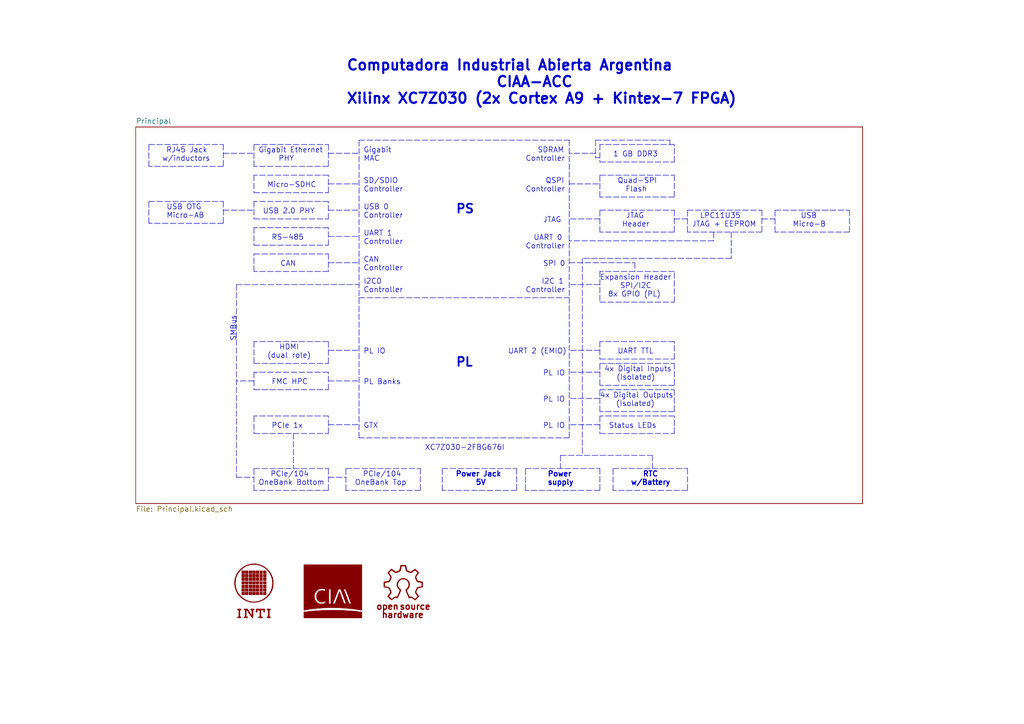
<source format=kicad_sch>
(kicad_sch (version 20250114) (generator "eeschema") (generator_version "9.0")
  (paper "A4")
  (title_block (title "CIAA-ACC Block Diagram") (date "2019-08-28") (rev "V1.4") (company "COMPUTADORA INDUSTRIAL ABIERTA ARGENTINA. CIAA-ACC (HPC)") (comment 1 "Authors: See 'doc/CHANGES.txt' file.      License: See 'doc/LICENCIA_CIAA_ACC.txt' file."))
  (lib_symbols
    (symbol "CIAA_ACC:LOGO_CIAA" (pin_names (offset 1.016))
      (symbol "LOGO_CIAA_0_0"
        (polyline (pts (xy 8.4582 7.6962) (xy 5.3086 7.6962) (xy 5.3086 -3.6322) (xy 5.0292 -3.6322) (xy 4.826 -3.6068) (xy 4.699 -3.4798) (xy 4.6228 -3.3274) (xy 4.5212 -3.048) (xy 4.3688 -2.6416) (xy 4.2164 -2.2098) (xy 4.0386 -1.7018) (xy 3.8354 -1.2192) (xy 3.7846 -1.0668) (xy 3.7846 -3.5814) (xy 3.7084 -3.6068) (xy 3.5306 -3.6322) (xy 3.4544 -3.6068) (xy 3.3782 -3.5814) (xy 3.2766 -3.5052) (xy 3.2004 -3.3782) (xy 3.0988 -3.1496) (xy 2.9718 -2.794) (xy 2.794 -2.3368) (xy 2.7178 -2.1082) (xy 2.54 -1.6256) (xy 2.3622 -1.1938) (xy 2.2352 -0.8128) (xy 2.159 -0.5588) (xy 2.0574 -0.3556) (xy 1.9812 -0.1778) (xy 1.9304 -0.1524) (xy 1.905 -0.1778) (xy 1.8288 -0.3302) (xy 1.7272 -0.6096) (xy 1.6256 -0.9398) (xy 1.524 -1.2192) (xy 1.3462 -1.6764) (xy 1.1684 -2.159) (xy 0.9906 -2.6416) (xy 0.635 -3.6322) (xy 0.3556 -3.6322) (xy 0.2032 -3.6322) (xy 0.1016 -3.5814) (xy 0.127 -3.4798) (xy 0.127 -3.429) (xy 0.2286 -3.2004) (xy 0.3556 -2.8702) (xy 0.508 -2.4638) (xy 0.6858 -2.0066) (xy 0.889 -1.4986) (xy 1.0668 -1.016) (xy 1.2446 -0.5842) (xy 1.3716 -0.1778) (xy 1.4986 0.1016) (xy 1.5494 0.254) (xy 1.6256 0.4318) (xy 1.7272 0.5334) (xy 1.9558 0.5842) (xy 2.0574 0.5842) (xy 2.2098 0.5588) (xy 2.286 0.4572) (xy 2.3114 0.381) (xy 2.3876 0.1778) (xy 2.5146 -0.1524) (xy 2.667 -0.5588) (xy 2.8702 -1.0668) (xy 3.0734 -1.6002) (xy 3.2004 -1.9558) (xy 3.4036 -2.4638) (xy 3.556 -2.8956) (xy 3.683 -3.2512) (xy 3.7592 -3.4798) (xy 3.7846 -3.5814) (xy 3.7846 -1.0668) (xy 3.6576 -0.7366) (xy 3.5052 -0.3048) (xy 3.3782 0.0254) (xy 3.302 0.2794) (xy 3.2512 0.4064) (xy 3.2258 0.508) (xy 3.2766 0.5842) (xy 3.4544 0.5842) (xy 3.4798 0.5842) (xy 3.683 0.5334) (xy 3.7846 0.3556) (xy 3.8862 0.0762) (xy 4.0386 -0.3048) (xy 4.2164 -0.762) (xy 4.3942 -1.2446) (xy 4.5974 -1.7526) (xy 4.7752 -2.2352) (xy 4.9276 -2.6416) (xy 5.0546 -2.9972) (xy 5.1308 -3.2004) (xy 5.3086 -3.6322) (xy 5.3086 7.6962) (xy 0.0254 7.6962) (xy -0.6096 7.6962) (xy -0.6096 0.5842) (xy -0.6096 -1.524) (xy -0.6096 -3.6322) (xy -0.8636 -3.6322) (xy -1.1176 -3.6322) (xy -1.1176 -1.524) (xy -1.1176 0.5842) (xy -0.8636 0.5842) (xy -0.6096 0.5842) (xy -0.6096 7.6962) (xy -2.1336 7.6962) (xy -2.1336 0.254) (xy -2.1336 0.1016) (xy -2.159 0.0254) (xy -2.2606 0.0508) (xy -2.4384 0.1016) (xy -2.8194 0.1778) (xy -3.2004 0.2032) (xy -3.4798 0.1778) (xy -3.7846 0.1016) (xy -4.191 -0.1524) (xy -4.4958 -0.5334) (xy -4.699 -1.016) (xy -4.7498 -1.6002) (xy -4.7244 -1.905) (xy -4.572 -2.3622) (xy -4.318 -2.7686) (xy -3.9624 -3.048) (xy -3.5306 -3.2004) (xy -3.0226 -3.2258) (xy -2.5146 -3.0988) (xy -2.3114 -2.9972) (xy -2.1844 -2.9718) (xy -2.1336 -3.048) (xy -2.1336 -3.2004) (xy -2.1336 -3.3274) (xy -2.2098 -3.4544) (xy -2.413 -3.5306) (xy -2.5146 -3.5814) (xy -2.9972 -3.6576) (xy -3.4544 -3.683) (xy -3.8862 -3.6322) (xy -4.1402 -3.5306) (xy -4.5212 -3.2766) (xy -4.8514 -2.9464) (xy -5.1054 -2.5908) (xy -5.1562 -2.5146) (xy -5.2324 -2.2606) (xy -5.2832 -1.9812) (xy -5.3086 -1.5748) (xy -5.2832 -1.1938) (xy -5.2578 -0.9398) (xy -5.1816 -0.6858) (xy -5.0546 -0.4318) (xy -4.699 0.0508) (xy -4.2672 0.4064) (xy -3.7338 0.6096) (xy -3.0988 0.6604) (xy -2.794 0.6604) (xy -2.4892 0.635) (xy -2.286 0.5588) (xy -2.1844 0.4318) (xy -2.1336 0.254) (xy -2.1336 7.6962) (xy -8.382 7.6962) (xy -8.382 1.0668) (xy -8.382 -5.588) (xy -8.2042 -5.5372) (xy -7.2136 -5.3594) (xy -5.1562 -5.08) (xy -2.9718 -4.9022) (xy -0.762 -4.826) (xy 1.4986 -4.8514) (xy 3.7846 -4.9784) (xy 6.0198 -5.207) (xy 8.2296 -5.5372) (xy 8.4582 -5.588) (xy 8.4582 1.0668) (xy 8.4582 7.6962) (xy 8.4582 7.6962)) (stroke (width 0.0254)) (fill (type outline)))
        (polyline (pts (xy 8.4582 -6.0198) (xy 7.9248 -5.969) (xy 7.8232 -5.969) (xy 7.1374 -5.8928) (xy 6.5532 -5.8166) (xy 5.969 -5.7658) (xy 5.3848 -5.715) (xy 4.7498 -5.6896) (xy 3.9624 -5.6388) (xy 2.4384 -5.5372) (xy -0.0254 -5.5118) (xy -2.54 -5.5626) (xy -5.1562 -5.715) (xy -7.874 -5.969) (xy -8.382 -6.0198) (xy -8.382 -6.9088) (xy -8.382 -7.7978) (xy 0.0254 -7.7978) (xy 8.4582 -7.7978) (xy 8.4582 -6.9088) (xy 8.4582 -6.0198) (xy 8.4582 -6.0198)) (stroke (width 0.0254)) (fill (type outline)))
        (text "FSL" (at -4.064 4.445 0) (effects (font (size 1.524 1.524) (italic yes))))
      )
      (symbol "LOGO_CIAA_0_1"
        (rectangle (start -7.366 6.477) (end -1.016 2.667))
      )
    )
    (symbol "CIAA_ACC:LOGO_INTI" (pin_names (offset 1.016))
      (symbol "LOGO_INTI_0_0"
        (polyline (pts (xy -3.7338 -5.2324) (xy -3.81 -5.1816) (xy -3.9878 -5.1562) (xy -4.2672 -5.1562) (xy -4.572 -5.1562) (xy -4.7244 -5.1816) (xy -4.8006 -5.2324) (xy -4.826 -5.334) (xy -4.7752 -5.461) (xy -4.6228 -5.5118) (xy -4.3942 -5.5118) (xy -4.3942 -6.477) (xy -4.3942 -7.4422) (xy -4.6228 -7.4422) (xy -4.7752 -7.493) (xy -4.826 -7.62) (xy -4.826 -7.6962) (xy -4.7498 -7.747) (xy -4.572 -7.7724) (xy -4.2672 -7.7978) (xy -3.9878 -7.7724) (xy -3.8354 -7.747) (xy -3.7592 -7.6962) (xy -3.7338 -7.62) (xy -3.7592 -7.5184) (xy -3.8862 -7.4422) (xy -3.937 -7.4422) (xy -3.9878 -7.4168) (xy -4.0386 -7.3406) (xy -4.064 -7.1628) (xy -4.064 -6.8834) (xy -4.064 -6.477) (xy -4.064 -6.223) (xy -4.064 -5.8928) (xy -4.0386 -5.6896) (xy -4.0132 -5.5626) (xy -3.9624 -5.5118) (xy -3.8862 -5.5118) (xy -3.7846 -5.461) (xy -3.7338 -5.334) (xy -3.7338 -5.2324) (xy -3.7338 -5.2324)) (stroke (width 0.0254)) (fill (type outline)))
        (polyline (pts (xy -2.7178 5.9182) (xy -3.556 5.9182) (xy -3.556 5.08) (xy -2.7178 5.08) (xy -2.7178 5.9182) (xy -2.7178 5.9182)) (stroke (width 0.0254)) (fill (type outline)))
        (polyline (pts (xy -2.7178 4.9022) (xy -3.556 4.9022) (xy -3.556 4.064) (xy -2.7178 4.064) (xy -2.7178 4.9022) (xy -2.7178 4.9022)) (stroke (width 0.0254)) (fill (type outline)))
        (polyline (pts (xy -2.7178 3.8862) (xy -3.556 3.8862) (xy -3.556 3.048) (xy -2.7178 3.048) (xy -2.7178 3.8862) (xy -2.7178 3.8862)) (stroke (width 0.0254)) (fill (type outline)))
        (polyline (pts (xy -2.7178 2.794) (xy -3.556 2.794) (xy -3.556 2.032) (xy -2.7178 2.032) (xy -2.7178 2.794) (xy -2.7178 2.794)) (stroke (width 0.0254)) (fill (type outline)))
        (polyline (pts (xy -2.7178 1.778) (xy -3.556 1.778) (xy -3.556 0.9398) (xy -2.7178 0.9398) (xy -2.7178 1.778) (xy -2.7178 1.778)) (stroke (width 0.0254)) (fill (type outline)))
        (polyline (pts (xy -2.7178 0.762) (xy -3.556 0.762) (xy -3.556 -0.0762) (xy -2.7178 -0.0762) (xy -2.7178 0.762) (xy -2.7178 0.762)) (stroke (width 0.0254)) (fill (type outline)))
        (polyline (pts (xy -2.7178 -0.254) (xy -3.556 -0.254) (xy -3.556 -1.0922) (xy -2.7178 -1.0922) (xy -2.7178 -0.254) (xy -2.7178 -0.254)) (stroke (width 0.0254)) (fill (type outline)))
        (polyline (pts (xy -1.7018 5.9182) (xy -2.54 5.9182) (xy -2.54 5.08) (xy -1.7018 5.08) (xy -1.7018 5.9182) (xy -1.7018 5.9182)) (stroke (width 0.0254)) (fill (type outline)))
        (polyline (pts (xy -1.7018 4.9022) (xy -2.54 4.9022) (xy -2.54 4.064) (xy -1.7018 4.064) (xy -1.7018 4.9022) (xy -1.7018 4.9022)) (stroke (width 0.0254)) (fill (type outline)))
        (polyline (pts (xy -1.7018 3.8862) (xy -2.54 3.8862) (xy -2.54 3.048) (xy -1.7018 3.048) (xy -1.7018 3.8862) (xy -1.7018 3.8862)) (stroke (width 0.0254)) (fill (type outline)))
        (polyline (pts (xy -1.7018 2.794) (xy -2.54 2.794) (xy -2.54 2.032) (xy -1.7018 2.032) (xy -1.7018 2.794) (xy -1.7018 2.794)) (stroke (width 0.0254)) (fill (type outline)))
        (polyline (pts (xy -1.7018 1.778) (xy -2.54 1.778) (xy -2.54 0.9398) (xy -1.7018 0.9398) (xy -1.7018 1.778) (xy -1.7018 1.778)) (stroke (width 0.0254)) (fill (type outline)))
        (polyline (pts (xy -1.7018 0.762) (xy -2.54 0.762) (xy -2.54 -0.0762) (xy -1.7018 -0.0762) (xy -1.7018 0.762) (xy -1.7018 0.762)) (stroke (width 0.0254)) (fill (type outline)))
        (polyline (pts (xy -1.7018 -0.254) (xy -2.54 -0.254) (xy -2.54 -1.0922) (xy -1.7018 -1.0922) (xy -1.7018 -0.254) (xy -1.7018 -0.254)) (stroke (width 0.0254)) (fill (type outline)))
        (polyline (pts (xy -0.5842 5.9182) (xy -1.4478 5.9182) (xy -1.4478 5.08) (xy -0.5842 5.08) (xy -0.5842 5.9182) (xy -0.5842 5.9182)) (stroke (width 0.0254)) (fill (type outline)))
        (polyline (pts (xy -0.5842 4.9022) (xy -1.4478 4.9022) (xy -1.4478 4.064) (xy -0.5842 4.064) (xy -0.5842 4.9022) (xy -0.5842 4.9022)) (stroke (width 0.0254)) (fill (type outline)))
        (polyline (pts (xy -0.5842 3.8862) (xy -1.4478 3.8862) (xy -1.4478 3.048) (xy -0.5842 3.048) (xy -0.5842 3.8862) (xy -0.5842 3.8862)) (stroke (width 0.0254)) (fill (type outline)))
        (polyline (pts (xy -0.5842 2.794) (xy -1.4478 2.794) (xy -1.4478 2.032) (xy -0.5842 2.032) (xy -0.5842 2.794) (xy -0.5842 2.794)) (stroke (width 0.0254)) (fill (type outline)))
        (polyline (pts (xy -0.5842 1.778) (xy -1.4478 1.778) (xy -1.4478 0.9398) (xy -0.5842 0.9398) (xy -0.5842 1.778) (xy -0.5842 1.778)) (stroke (width 0.0254)) (fill (type outline)))
        (polyline (pts (xy -0.5842 0.762) (xy -1.4478 0.762) (xy -1.4478 -0.0762) (xy -0.5842 -0.0762) (xy -0.5842 0.762) (xy -0.5842 0.762)) (stroke (width 0.0254)) (fill (type outline)))
        (polyline (pts (xy -0.5842 -0.254) (xy -1.4478 -0.254) (xy -1.4478 -1.0922) (xy -0.5842 -1.0922) (xy -0.5842 -0.254) (xy -0.5842 -0.254)) (stroke (width 0.0254)) (fill (type outline)))
        (polyline (pts (xy 0.0762 -5.2324) (xy 0 -5.1816) (xy -0.1778 -5.1562) (xy -0.4826 -5.1562) (xy -0.7366 -5.1562) (xy -0.9144 -5.1816) (xy -0.9906 -5.2324) (xy -1.016 -5.3086) (xy -0.9398 -5.4102) (xy -0.7874 -5.4864) (xy -0.6858 -5.5118) (xy -0.635 -5.5626) (xy -0.6096 -5.6896) (xy -0.6096 -5.9182) (xy -0.6096 -6.2992) (xy -0.6096 -6.4008) (xy -0.6096 -6.6802) (xy -0.6096 -6.858) (xy -0.6604 -6.9342) (xy -0.7366 -6.8834) (xy -0.8636 -6.7056) (xy -1.0668 -6.4008) (xy -1.3462 -5.9436) (xy -1.8288 -5.1562) (xy -2.413 -5.1562) (xy -2.6924 -5.1562) (xy -2.8702 -5.1816) (xy -2.9464 -5.2324) (xy -2.9464 -5.3086) (xy -2.8956 -5.4102) (xy -2.7432 -5.4864) (xy -2.667 -5.4864) (xy -2.6162 -5.5372) (xy -2.5654 -5.6134) (xy -2.5654 -5.7912) (xy -2.54 -6.0706) (xy -2.54 -6.477) (xy -2.54 -7.4422) (xy -2.7432 -7.4422) (xy -2.921 -7.493) (xy -2.9718 -7.62) (xy -2.9718 -7.6454) (xy -2.9464 -7.7216) (xy -2.8702 -7.7724) (xy -2.6924 -7.7724) (xy -2.3876 -7.7724) (xy -2.2098 -7.747) (xy -1.9812 -7.7216) (xy -1.8542 -7.6708) (xy -1.8034 -7.5946) (xy -1.8288 -7.4676) (xy -1.9812 -7.4422) (xy -2.2098 -7.4422) (xy -2.2098 -6.477) (xy -2.2098 -6.35) (xy -2.2098 -5.9436) (xy -2.1844 -5.6896) (xy -2.159 -5.5372) (xy -2.1082 -5.5118) (xy -2.0828 -5.5372) (xy -1.9558 -5.6896) (xy -1.778 -5.9436) (xy -1.5494 -6.2738) (xy -1.2954 -6.6548) (xy -1.016 -7.112) (xy -0.7366 -7.4676) (xy -0.5588 -7.6962) (xy -0.4318 -7.7724) (xy -0.4064 -7.7724) (xy -0.3556 -7.7724) (xy -0.3048 -7.7216) (xy -0.2794 -7.62) (xy -0.254 -7.4168) (xy -0.254 -7.112) (xy -0.254 -6.6548) (xy -0.254 -6.604) (xy -0.254 -6.1722) (xy -0.254 -5.8674) (xy -0.2286 -5.6642) (xy -0.2032 -5.5626) (xy -0.1524 -5.5118) (xy -0.0762 -5.5118) (xy 0.0254 -5.461) (xy 0.0762 -5.334) (xy 0.0762 -5.2324) (xy 0.0762 -5.2324)) (stroke (width 0.0254)) (fill (type outline)))
        (polyline (pts (xy 0.4318 5.9182) (xy -0.4318 5.9182) (xy -0.4318 5.08) (xy 0.4318 5.08) (xy 0.4318 5.9182) (xy 0.4318 5.9182)) (stroke (width 0.0254)) (fill (type outline)))
        (polyline (pts (xy 0.4318 4.9022) (xy -0.4318 4.9022) (xy -0.4318 4.064) (xy 0.4318 4.064) (xy 0.4318 4.9022) (xy 0.4318 4.9022)) (stroke (width 0.0254)) (fill (type outline)))
        (polyline (pts (xy 0.4318 3.8862) (xy -0.4318 3.8862) (xy -0.4318 3.048) (xy 0.4318 3.048) (xy 0.4318 3.8862) (xy 0.4318 3.8862)) (stroke (width 0.0254)) (fill (type outline)))
        (polyline (pts (xy 0.4318 2.794) (xy -0.4318 2.794) (xy -0.4318 2.032) (xy 0.4318 2.032) (xy 0.4318 2.794) (xy 0.4318 2.794)) (stroke (width 0.0254)) (fill (type outline)))
        (polyline (pts (xy 0.4318 1.778) (xy -0.4318 1.778) (xy -0.4318 0.9398) (xy 0.4318 0.9398) (xy 0.4318 1.778) (xy 0.4318 1.778)) (stroke (width 0.0254)) (fill (type outline)))
        (polyline (pts (xy 0.4318 0.762) (xy -0.4318 0.762) (xy -0.4318 -0.0762) (xy 0.4318 -0.0762) (xy 0.4318 0.762) (xy 0.4318 0.762)) (stroke (width 0.0254)) (fill (type outline)))
        (polyline (pts (xy 0.4318 -0.254) (xy -0.4318 -0.254) (xy -0.4318 -1.0922) (xy 0.4318 -1.0922) (xy 0.4318 -0.254) (xy 0.4318 -0.254)) (stroke (width 0.0254)) (fill (type outline)))
        (polyline (pts (xy 1.4478 5.9182) (xy 0.5842 5.9182) (xy 0.5842 5.08) (xy 1.4478 5.08) (xy 1.4478 5.9182) (xy 1.4478 5.9182)) (stroke (width 0.0254)) (fill (type outline)))
        (polyline (pts (xy 1.4478 4.9022) (xy 0.5842 4.9022) (xy 0.5842 4.064) (xy 1.4478 4.064) (xy 1.4478 4.9022) (xy 1.4478 4.9022)) (stroke (width 0.0254)) (fill (type outline)))
        (polyline (pts (xy 1.4478 3.8862) (xy 0.5842 3.8862) (xy 0.5842 3.048) (xy 1.4478 3.048) (xy 1.4478 3.8862) (xy 1.4478 3.8862)) (stroke (width 0.0254)) (fill (type outline)))
        (polyline (pts (xy 1.4478 2.794) (xy 0.5842 2.794) (xy 0.5842 2.032) (xy 1.4478 2.032) (xy 1.4478 2.794) (xy 1.4478 2.794)) (stroke (width 0.0254)) (fill (type outline)))
        (polyline (pts (xy 1.4478 1.778) (xy 0.5842 1.778) (xy 0.5842 0.9398) (xy 1.4478 0.9398) (xy 1.4478 1.778) (xy 1.4478 1.778)) (stroke (width 0.0254)) (fill (type outline)))
        (polyline (pts (xy 1.4478 0.762) (xy 0.5842 0.762) (xy 0.5842 -0.0762) (xy 1.4478 -0.0762) (xy 1.4478 0.762) (xy 1.4478 0.762)) (stroke (width 0.0254)) (fill (type outline)))
        (polyline (pts (xy 1.4478 -0.254) (xy 0.5842 -0.254) (xy 0.5842 -1.0922) (xy 1.4478 -1.0922) (xy 1.4478 -0.254) (xy 1.4478 -0.254)) (stroke (width 0.0254)) (fill (type outline)))
        (polyline (pts (xy 2.4638 5.9182) (xy 1.7018 5.9182) (xy 1.7018 5.08) (xy 2.4638 5.08) (xy 2.4638 5.9182) (xy 2.4638 5.9182)) (stroke (width 0.0254)) (fill (type outline)))
        (polyline (pts (xy 2.4638 4.9022) (xy 1.7018 4.9022) (xy 1.7018 4.064) (xy 2.4638 4.064) (xy 2.4638 4.9022) (xy 2.4638 4.9022)) (stroke (width 0.0254)) (fill (type outline)))
        (polyline (pts (xy 2.4638 3.8862) (xy 1.7018 3.8862) (xy 1.7018 3.048) (xy 2.4638 3.048) (xy 2.4638 3.8862) (xy 2.4638 3.8862)) (stroke (width 0.0254)) (fill (type outline)))
        (polyline (pts (xy 2.4638 2.794) (xy 1.7018 2.794) (xy 1.7018 2.032) (xy 2.4638 2.032) (xy 2.4638 2.794) (xy 2.4638 2.794)) (stroke (width 0.0254)) (fill (type outline)))
        (polyline (pts (xy 2.4638 1.778) (xy 1.7018 1.778) (xy 1.7018 0.9398) (xy 2.4638 0.9398) (xy 2.4638 1.778) (xy 2.4638 1.778)) (stroke (width 0.0254)) (fill (type outline)))
        (polyline (pts (xy 2.4638 0.762) (xy 1.7018 0.762) (xy 1.7018 -0.0762) (xy 2.4638 -0.0762) (xy 2.4638 0.762) (xy 2.4638 0.762)) (stroke (width 0.0254)) (fill (type outline)))
        (polyline (pts (xy 2.4638 -0.254) (xy 1.7018 -0.254) (xy 1.7018 -1.0922) (xy 2.4638 -1.0922) (xy 2.4638 -0.254) (xy 2.4638 -0.254)) (stroke (width 0.0254)) (fill (type outline)))
        (polyline (pts (xy 3.1242 -5.1562) (xy 1.8542 -5.1562) (xy 0.5842 -5.1562) (xy 0.5842 -5.6642) (xy 0.5842 -5.8928) (xy 0.6096 -6.0706) (xy 0.6604 -6.1468) (xy 0.762 -6.1722) (xy 0.8636 -6.1468) (xy 0.9144 -6.0706) (xy 0.9398 -5.842) (xy 0.9398 -5.5118) (xy 1.3208 -5.5118) (xy 1.7018 -5.5118) (xy 1.7018 -6.477) (xy 1.7018 -7.4422) (xy 1.4732 -7.4422) (xy 1.3208 -7.493) (xy 1.27 -7.62) (xy 1.27 -7.6454) (xy 1.2954 -7.7216) (xy 1.397 -7.7724) (xy 1.5748 -7.7724) (xy 1.905 -7.7978) (xy 2.0066 -7.7724) (xy 2.286 -7.7724) (xy 2.4638 -7.747) (xy 2.5146 -7.6962) (xy 2.54 -7.62) (xy 2.54 -7.5692) (xy 2.4638 -7.4676) (xy 2.286 -7.4422) (xy 2.032 -7.4422) (xy 2.032 -6.477) (xy 2.032 -5.5118) (xy 2.413 -5.5118) (xy 2.794 -5.5118) (xy 2.794 -5.842) (xy 2.794 -6.0452) (xy 2.8448 -6.1468) (xy 2.9718 -6.1722) (xy 3.0226 -6.1722) (xy 3.0988 -6.096) (xy 3.1242 -5.9436) (xy 3.1242 -5.6642) (xy 3.1242 -5.1562) (xy 3.1242 -5.1562)) (stroke (width 0.0254)) (fill (type outline)))
        (polyline (pts (xy 3.556 5.9182) (xy 2.7178 5.9182) (xy 2.7178 5.08) (xy 3.556 5.08) (xy 3.556 5.9182) (xy 3.556 5.9182)) (stroke (width 0.0254)) (fill (type outline)))
        (polyline (pts (xy 3.556 4.9022) (xy 2.7178 4.9022) (xy 2.7178 4.064) (xy 3.556 4.064) (xy 3.556 4.9022) (xy 3.556 4.9022)) (stroke (width 0.0254)) (fill (type outline)))
        (polyline (pts (xy 3.556 3.8862) (xy 2.7178 3.8862) (xy 2.7178 3.048) (xy 3.556 3.048) (xy 3.556 3.8862) (xy 3.556 3.8862)) (stroke (width 0.0254)) (fill (type outline)))
        (polyline (pts (xy 3.556 2.794) (xy 2.7178 2.794) (xy 2.7178 2.032) (xy 3.556 2.032) (xy 3.556 2.794) (xy 3.556 2.794)) (stroke (width 0.0254)) (fill (type outline)))
        (polyline (pts (xy 3.556 1.778) (xy 2.7178 1.778) (xy 2.7178 0.9398) (xy 3.556 0.9398) (xy 3.556 1.778) (xy 3.556 1.778)) (stroke (width 0.0254)) (fill (type outline)))
        (polyline (pts (xy 3.556 0.762) (xy 2.7178 0.762) (xy 2.7178 -0.0762) (xy 3.556 -0.0762) (xy 3.556 0.762) (xy 3.556 0.762)) (stroke (width 0.0254)) (fill (type outline)))
        (polyline (pts (xy 3.556 -0.254) (xy 2.7178 -0.254) (xy 2.7178 -1.0922) (xy 3.556 -1.0922) (xy 3.556 -0.254) (xy 3.556 -0.254)) (stroke (width 0.0254)) (fill (type outline)))
        (polyline (pts (xy 4.826 -5.334) (xy 4.8006 -5.2324) (xy 4.7244 -5.1816) (xy 4.572 -5.1562) (xy 4.2672 -5.1562) (xy 3.9878 -5.1562) (xy 3.81 -5.1816) (xy 3.7338 -5.2324) (xy 3.7338 -5.334) (xy 3.7592 -5.461) (xy 3.937 -5.5118) (xy 4.1402 -5.5118) (xy 4.1402 -6.477) (xy 4.1402 -7.4422) (xy 3.937 -7.4422) (xy 3.7592 -7.493) (xy 3.7338 -7.62) (xy 3.7338 -7.6962) (xy 3.81 -7.747) (xy 3.9624 -7.7724) (xy 4.2672 -7.7978) (xy 4.5466 -7.7724) (xy 4.7244 -7.747) (xy 4.8006 -7.6962) (xy 4.826 -7.62) (xy 4.8006 -7.5184) (xy 4.6482 -7.4422) (xy 4.6228 -7.4422) (xy 4.5466 -7.4168) (xy 4.5212 -7.3406) (xy 4.4958 -7.1628) (xy 4.4958 -6.8834) (xy 4.4958 -6.477) (xy 4.4958 -6.223) (xy 4.4958 -5.8928) (xy 4.4958 -5.6896) (xy 4.5212 -5.5626) (xy 4.572 -5.5118) (xy 4.6482 -5.5118) (xy 4.7498 -5.461) (xy 4.826 -5.334) (xy 4.826 -5.334)) (stroke (width 0.0254)) (fill (type outline)))
        (polyline (pts (xy 5.6134 2.286) (xy 5.588 3.1242) (xy 5.4102 3.9878) (xy 5.3594 4.1148) (xy 5.3594 2.3368) (xy 5.334 1.7526) (xy 5.1562 0.8636) (xy 4.8514 0.0254) (xy 4.3942 -0.762) (xy 3.7592 -1.4732) (xy 3.6322 -1.6256) (xy 2.921 -2.2098) (xy 2.1844 -2.6162) (xy 1.397 -2.8956) (xy 0.4572 -3.0734) (xy -0.4826 -3.0734) (xy -1.3716 -2.921) (xy -2.2352 -2.5908) (xy -3.0226 -2.1336) (xy -3.7846 -1.4732) (xy -4.2926 -0.9144) (xy -4.7752 -0.2032) (xy -5.1054 0.5588) (xy -5.3086 1.397) (xy -5.3594 2.3368) (xy -5.334 2.9718) (xy -5.1816 3.8608) (xy -4.8768 4.6736) (xy -4.3942 5.4102) (xy -3.7846 6.1468) (xy -3.3782 6.5024) (xy -2.6416 7.0358) (xy -1.8288 7.4168) (xy -0.9652 7.6454) (xy -0.0254 7.6962) (xy 0.8382 7.6454) (xy 1.7272 7.4422) (xy 2.54 7.0866) (xy 3.3274 6.5786) (xy 3.4544 6.477) (xy 4.1148 5.7912) (xy 4.6482 5.0292) (xy 5.0292 4.191) (xy 5.2832 3.302) (xy 5.3594 2.3368) (xy 5.3594 4.1148) (xy 5.08 4.8006) (xy 4.6228 5.5626) (xy 3.9878 6.2738) (xy 3.7084 6.5532) (xy 2.921 7.1374) (xy 2.0828 7.5438) (xy 1.1938 7.8232) (xy 0.254 7.9502) (xy -0.6858 7.8994) (xy -1.6256 7.7216) (xy -2.54 7.3406) (xy -2.7178 7.2644) (xy -3.429 6.7818) (xy -4.0894 6.1976) (xy -4.6482 5.5372) (xy -5.08 4.826) (xy -5.1816 4.5974) (xy -5.5118 3.6576) (xy -5.6642 2.7178) (xy -5.6388 1.778) (xy -5.461 0.8382) (xy -5.1308 -0.0508) (xy -5.08 -0.1778) (xy -4.572 -1.016) (xy -3.937 -1.7272) (xy -3.175 -2.3368) (xy -2.3368 -2.794) (xy -1.4224 -3.1242) (xy -1.2954 -3.1496) (xy -0.381 -3.302) (xy 0.5588 -3.2766) (xy 1.4478 -3.0988) (xy 2.3114 -2.794) (xy 3.1242 -2.3622) (xy 3.8608 -1.778) (xy 4.4704 -1.1176) (xy 4.9784 -0.3302) (xy 5.2832 0.3302) (xy 5.4864 0.9144) (xy 5.588 1.5494) (xy 5.6134 2.286) (xy 5.6134 2.286)) (stroke (width 0.0254)) (fill (type outline)))
      )
    )
    (symbol "CIAA_ACC:OSHWA" (pin_names (offset 1.016))
      (symbol "OSHWA_0_0"
        (polyline (pts (xy 5.7912 2.667) (xy 5.5372 2.7178) (xy 5.4864 2.7432) (xy 5.4864 1.8796) (xy 5.4864 1.8288) (xy 5.4864 1.6002) (xy 5.4864 1.4732) (xy 5.4102 1.3716) (xy 5.2832 1.3208) (xy 5.0038 1.27) (xy 4.6228 1.1938) (xy 4.572 1.1684) (xy 4.318 1.1176) (xy 4.1656 1.0414) (xy 4.0386 0.889) (xy 3.937 0.6604) (xy 3.8354 0.4064) (xy 3.683 0.0762) (xy 3.6068 -0.1778) (xy 3.5814 -0.3556) (xy 3.6322 -0.5334) (xy 3.7592 -0.7366) (xy 3.9116 -0.9906) (xy 4.318 -1.5494) (xy 3.937 -1.9304) (xy 3.5814 -2.3114) (xy 3.048 -1.9558) (xy 2.794 -1.778) (xy 2.5654 -1.651) (xy 2.3876 -1.6256) (xy 2.2098 -1.6256) (xy 1.905 -1.6764) (xy 1.4986 -0.7112) (xy 1.1176 0.2286) (xy 1.397 0.508) (xy 1.5748 0.6604) (xy 1.8034 1.016) (xy 1.9304 1.397) (xy 1.9812 1.8542) (xy 1.9812 1.9304) (xy 1.9558 2.2606) (xy 1.905 2.54) (xy 1.7526 2.8194) (xy 1.4732 3.175) (xy 1.0668 3.5052) (xy 0.5842 3.683) (xy 0.1016 3.7338) (xy -0.4064 3.6576) (xy -0.889 3.429) (xy -1.2954 3.048) (xy -1.3462 2.9972) (xy -1.6256 2.5146) (xy -1.7526 2.0066) (xy -1.7018 1.4986) (xy -1.4986 0.9906) (xy -1.143 0.508) (xy -0.8636 0.2032) (xy -1.2446 -0.7366) (xy -1.651 -1.6764) (xy -1.9558 -1.6256) (xy -2.1082 -1.6256) (xy -2.286 -1.651) (xy -2.4892 -1.7526) (xy -2.7686 -1.9304) (xy -3.2766 -2.2606) (xy -3.6576 -1.905) (xy -4.0132 -1.524) (xy -3.6322 -0.9652) (xy -3.2766 -0.4064) (xy -3.429 0.0254) (xy -3.4544 0.1016) (xy -3.6068 0.508) (xy -3.7338 0.7874) (xy -3.8862 0.9906) (xy -4.0894 1.0922) (xy -4.3688 1.1938) (xy -4.7752 1.27) (xy -5.2578 1.3716) (xy -5.2324 1.905) (xy -5.207 2.413) (xy -4.5212 2.54) (xy -3.8608 2.667) (xy -3.5814 3.2512) (xy -3.556 3.302) (xy -3.4036 3.6068) (xy -3.3274 3.8862) (xy -3.2766 4.0386) (xy -3.3274 4.2164) (xy -3.4544 4.445) (xy -3.6322 4.7244) (xy -3.6576 4.7498) (xy -3.81 5.0292) (xy -3.937 5.207) (xy -3.9878 5.3086) (xy -3.9878 5.334) (xy -3.8862 5.461) (xy -3.7338 5.6388) (xy -3.5306 5.8166) (xy -3.3782 5.969) (xy -3.2766 6.0198) (xy -3.1496 5.9436) (xy -2.9464 5.8166) (xy -2.6924 5.6388) (xy -2.6162 5.588) (xy -2.3622 5.4102) (xy -2.159 5.3086) (xy -2.032 5.2578) (xy -1.8796 5.3086) (xy -1.6256 5.3848) (xy -1.3208 5.5118) (xy -1.2446 5.5372) (xy -0.9144 5.6896) (xy -0.7112 5.842) (xy -0.635 5.969) (xy -0.6096 6.096) (xy -0.5588 6.3754) (xy -0.4826 6.6802) (xy -0.381 7.239) (xy 0.127 7.239) (xy 0.635 7.239) (xy 0.7366 6.731) (xy 0.7874 6.477) (xy 0.8636 6.1722) (xy 0.9398 5.9436) (xy 1.0414 5.8166) (xy 1.1684 5.715) (xy 1.3462 5.6134) (xy 1.4478 5.5626) (xy 1.778 5.4356) (xy 2.032 5.334) (xy 2.1844 5.2832) (xy 2.3114 5.2832) (xy 2.4638 5.334) (xy 2.667 5.4356) (xy 2.9464 5.6388) (xy 3.556 6.0452) (xy 3.937 5.6896) (xy 4.2926 5.3086) (xy 3.9116 4.7498) (xy 3.8354 4.6228) (xy 3.683 4.318) (xy 3.5814 4.0894) (xy 3.6068 3.8354) (xy 3.683 3.5306) (xy 3.8862 3.1496) (xy 4.1148 2.667) (xy 4.7752 2.54) (xy 5.461 2.413) (xy 5.4864 1.8796) (xy 5.4864 2.7432) (xy 5.4102 2.7432) (xy 5.1054 2.8194) (xy 4.8006 2.8956) (xy 4.2926 2.9718) (xy 4.064 3.5306) (xy 3.81 4.0894) (xy 4.2418 4.7244) (xy 4.6736 5.3594) (xy 4.1148 5.9182) (xy 3.5814 6.4516) (xy 2.921 6.0198) (xy 2.286 5.5626) (xy 1.7526 5.7912) (xy 1.1938 6.0452) (xy 1.0922 6.5532) (xy 1.0668 6.8072) (xy 0.9906 7.0866) (xy 0.9652 7.3152) (xy 0.9144 7.5438) (xy 0.127 7.5438) (xy -0.6604 7.5438) (xy -0.762 6.9342) (xy -0.8128 6.6802) (xy -0.889 6.35) (xy -0.9652 6.1214) (xy -1.0922 5.9944) (xy -1.27 5.8928) (xy -1.524 5.7658) (xy -2.032 5.588) (xy -2.667 6.0198) (xy -3.3274 6.477) (xy -3.8608 5.9182) (xy -4.4196 5.3594) (xy -3.9878 4.7244) (xy -3.556 4.0894) (xy -3.7846 3.556) (xy -3.7846 3.5306) (xy -3.8862 3.2766) (xy -3.9878 3.0734) (xy -4.0132 2.9972) (xy -4.0386 2.9718) (xy -4.191 2.9464) (xy -4.445 2.8956) (xy -4.7752 2.8194) (xy -5.5118 2.6924) (xy -5.5118 1.905) (xy -5.5118 1.143) (xy -4.9022 1.016) (xy -4.8768 1.016) (xy -4.5466 0.9652) (xy -4.2926 0.889) (xy -4.1402 0.8382) (xy -4.1148 0.8128) (xy -4.0132 0.6604) (xy -3.8862 0.4318) (xy -3.7592 0.1524) (xy -3.683 -0.1016) (xy -3.6576 -0.3048) (xy -3.7084 -0.4572) (xy -3.8608 -0.6858) (xy -4.0386 -0.9652) (xy -4.4196 -1.524) (xy -3.8862 -2.0828) (xy -3.7846 -2.2098) (xy -3.556 -2.413) (xy -3.3782 -2.5654) (xy -3.3274 -2.6162) (xy -3.302 -2.6162) (xy -3.2004 -2.54) (xy -2.9972 -2.413) (xy -2.7178 -2.2352) (xy -2.5654 -2.1082) (xy -2.3368 -1.9558) (xy -2.1844 -1.905) (xy -2.0574 -1.905) (xy -1.905 -1.9304) (xy -1.7018 -2.0066) (xy -1.5748 -2.0574) (xy -1.5494 -2.032) (xy -1.4732 -1.8796) (xy -1.3462 -1.6256) (xy -1.1684 -1.27) (xy -0.9906 -0.8636) (xy -0.4826 0.3556) (xy -0.8382 0.6604) (xy -1.016 0.8128) (xy -1.27 1.2192) (xy -1.4224 1.651) (xy -1.4224 2.1082) (xy -1.2954 2.5146) (xy -1.0922 2.8956) (xy -0.762 3.2004) (xy -0.3556 3.4036) (xy 0.1524 3.4798) (xy 0.4826 3.429) (xy 0.9144 3.2766) (xy 1.27 2.9718) (xy 1.5494 2.5908) (xy 1.6764 2.159) (xy 1.6764 1.8288) (xy 1.6256 1.4478) (xy 1.4732 1.0922) (xy 1.1684 0.762) (xy 0.762 0.3556) (xy 1.2446 -0.8128) (xy 1.3208 -1.016) (xy 1.4732 -1.397) (xy 1.6256 -1.7272) (xy 1.7272 -1.9558) (xy 1.778 -2.0574) (xy 1.8796 -2.0828) (xy 2.032 -2.0066) (xy 2.1844 -1.905) (xy 2.3114 -1.8796) (xy 2.4892 -1.905) (xy 2.7178 -2.032) (xy 3.0226 -2.2352) (xy 3.5814 -2.6416) (xy 4.1402 -2.0828) (xy 4.6736 -1.524) (xy 4.2926 -0.9652) (xy 4.2164 -0.8636) (xy 4.064 -0.6096) (xy 3.937 -0.381) (xy 3.8862 -0.2794) (xy 3.8862 -0.254) (xy 3.937 -0.0762) (xy 4.0386 0.1778) (xy 4.1402 0.4572) (xy 4.2418 0.6858) (xy 4.318 0.7874) (xy 4.3434 0.8128) (xy 4.4958 0.8636) (xy 4.7498 0.9398) (xy 5.08 1.016) (xy 5.7912 1.143) (xy 5.7912 1.905) (xy 5.7912 2.667) (xy 5.7912 2.667)) (stroke (width 0.0254)) (fill (type outline)))
        (text "open" (at -4.445 -4.445 0) (effects (font (size 1.778 1.778) (bold yes))))
        (text "hardware" (at -0.0254 -6.858 0) (effects (font (size 1.778 1.778) (bold yes))))
        (text "source" (at 3.556 -4.445 0) (effects (font (size 1.778 1.778) (bold yes))))
      )
    )
  )
  (text "  UART 0\nController" (at 152.4 72.39 0) (effects (font (size 1.524 1.524)) (justify left bottom)))
  (text "UART 2 (EMIO)" (at 147.32 102.87 0) (effects (font (size 1.524 1.524)) (justify left bottom)))
  (text "    I2C 1\nController" (at 152.4 85.09 0) (effects (font (size 1.524 1.524)) (justify left bottom)))
  (text "Expansion Header\n     SPI/I2C\n  8x GPIO (PL)" (at 173.99 86.36 0) (effects (font (size 1.524 1.524)) (justify left bottom)))
  (text "USB 0\nController" (at 105.41 63.5 0) (effects (font (size 1.524 1.524)) (justify left bottom)))
  (text "FMC HPC" (at 78.74 111.76 0) (effects (font (size 1.524 1.524)) (justify left bottom)))
  (text "USB OTG\nMicro-AB" (at 48.26 63.5 0) (effects (font (size 1.524 1.524)) (justify left bottom)))
  (text "  PCIe/104\nOneBank Top" (at 102.87 140.97 0) (effects (font (size 1.524 1.524)) (justify left bottom)))
  (text "   RTC\nw/Battery" (at 182.88 140.97 0) (effects (font (size 1.524 1.524) (thickness 0.3048) (bold yes)) (justify left bottom)))
  (text "PL Banks" (at 105.41 111.76 0) (effects (font (size 1.524 1.524)) (justify left bottom)))
  (text "RS-485" (at 78.74 69.85 0) (effects (font (size 1.524 1.524)) (justify left bottom)))
  (text "CAN" (at 81.28 77.47 0) (effects (font (size 1.524 1.524)) (justify left bottom)))
  (text "Gigabit Ethernet\n     PHY" (at 74.93 46.99 0) (effects (font (size 1.524 1.524)) (justify left bottom)))
  (text "SPI 0" (at 157.48 77.47 0) (effects (font (size 1.524 1.524)) (justify left bottom)))
  (text "Computadora Industrial Abierta Argentina\n                   CIAA-ACC\nXilinx XC7Z030 (2x Cortex A9 + Kintex-7 FPGA)\n" (at 100.33 30.48 0) (effects (font (size 2.9972 2.9972) (thickness 0.5994) (bold yes)) (justify left bottom)))
  (text "SD/SDIO\nController" (at 105.41 55.88 0) (effects (font (size 1.524 1.524)) (justify left bottom)))
  (text "1 GB DDR3" (at 177.8 45.72 0) (effects (font (size 1.524 1.524)) (justify left bottom)))
  (text "Gigabit\nMAC" (at 105.41 46.99 0) (effects (font (size 1.524 1.524)) (justify left bottom)))
  (text "Power Jack\n     5V" (at 132.08 140.97 0) (effects (font (size 1.524 1.524) (thickness 0.3048) (bold yes)) (justify left bottom)))
  (text "Micro-SDHC" (at 77.47 54.61 0) (effects (font (size 1.524 1.524)) (justify left bottom)))
  (text " RJ45 Jack\nw/inductors" (at 46.99 46.99 0) (effects (font (size 1.524 1.524)) (justify left bottom)))
  (text "I2C0\nController" (at 105.41 85.09 0) (effects (font (size 1.524 1.524)) (justify left bottom)))
  (text "4x Digital Inputs\n   (Isolated)" (at 175.26 110.49 0) (effects (font (size 1.524 1.524)) (justify left bottom)))
  (text "   SDRAM\nController" (at 152.4 46.99 0) (effects (font (size 1.524 1.524)) (justify left bottom)))
  (text "CAN\nController" (at 105.41 78.74 0) (effects (font (size 1.524 1.524)) (justify left bottom)))
  (text "PL IO" (at 157.48 124.46 0) (effects (font (size 1.524 1.524)) (justify left bottom)))
  (text "PS" (at 132.08 62.23 0) (effects (font (size 2.54 2.54) (thickness 0.508) (bold yes)) (justify left bottom)))
  (text "  LPC11U35\nJTAG + EEPROM" (at 200.66 66.04 0) (effects (font (size 1.524 1.524)) (justify left bottom)))
  (text "     QSPI\nController" (at 152.4 55.88 0) (effects (font (size 1.524 1.524)) (justify left bottom)))
  (text " JTAG\nHeader" (at 180.34 66.04 0) (effects (font (size 1.524 1.524)) (justify left bottom)))
  (text "UART 1\nController" (at 105.41 71.12 0) (effects (font (size 1.524 1.524)) (justify left bottom)))
  (text "PCIe 1x" (at 78.74 124.46 0) (effects (font (size 1.524 1.524)) (justify left bottom)))
  (text "  USB\nMicro-B" (at 229.87 66.04 0) (effects (font (size 1.524 1.524)) (justify left bottom)))
  (text "PL" (at 132.08 106.68 0) (effects (font (size 2.54 2.54) (thickness 0.508) (bold yes)) (justify left bottom)))
  (text "SMBus" (at 68.58 99.06 90) (effects (font (size 1.524 1.524)) (justify left bottom)))
  (text "   PCIe/104\nOneBank Bottom" (at 74.93 140.97 0) (effects (font (size 1.524 1.524)) (justify left bottom)))
  (text "XC7Z030-2FBG676I" (at 123.19 130.81 0) (effects (font (size 1.524 1.524)) (justify left bottom)))
  (text "USB 2.0 PHY" (at 76.2 62.23 0) (effects (font (size 1.524 1.524)) (justify left bottom)))
  (text "PL IO" (at 105.41 102.87 0) (effects (font (size 1.524 1.524)) (justify left bottom)))
  (text "Quad-SPI\n  Flash" (at 179.07 55.88 0) (effects (font (size 1.524 1.524)) (justify left bottom)))
  (text "GTX" (at 105.41 124.46 0) (effects (font (size 1.524 1.524)) (justify left bottom)))
  (text "JTAG" (at 157.48 64.77 0) (effects (font (size 1.524 1.524)) (justify left bottom)))
  (text "   HDMI\n(dual role)" (at 77.47 104.14 0) (effects (font (size 1.524 1.524)) (justify left bottom)))
  (text "UART TTL" (at 179.07 102.87 0) (effects (font (size 1.524 1.524)) (justify left bottom)))
  (text "Power \nsupply" (at 158.75 140.97 0) (effects (font (size 1.524 1.524) (thickness 0.3048) (bold yes)) (justify left bottom)))
  (text "PL IO" (at 157.48 109.22 0) (effects (font (size 1.524 1.524)) (justify left bottom)))
  (text "Status LEDs" (at 176.53 124.46 0) (effects (font (size 1.524 1.524)) (justify left bottom)))
  (text "4x Digital Outputs\n    (Isolated)" (at 173.99 118.11 0) (effects (font (size 1.524 1.524)) (justify left bottom)))
  (text "PL IO" (at 157.48 116.84 0) (effects (font (size 1.524 1.524)) (justify left bottom)))
  (polyline (pts (xy 73.66 142.24) (xy 73.66 135.89)) (stroke (width 0) (type dash)))
  (polyline (pts (xy 95.25 123.19) (xy 104.14 123.19)) (stroke (width 0) (type dash)))
  (polyline (pts (xy 64.77 60.96) (xy 73.66 60.96)) (stroke (width 0) (type dash)))
  (polyline (pts (xy 173.99 82.55) (xy 165.1 82.55)) (stroke (width 0) (type dash)))
  (polyline (pts (xy 95.25 50.8) (xy 73.66 50.8)) (stroke (width 0) (type dash)))
  (polyline (pts (xy 73.66 55.88) (xy 95.25 55.88)) (stroke (width 0) (type dash)))
  (polyline (pts (xy 73.66 113.03) (xy 95.25 113.03)) (stroke (width 0) (type dash)))
  (polyline (pts (xy 73.66 41.91) (xy 95.25 41.91)) (stroke (width 0) (type dash)))
  (polyline (pts (xy 104.14 40.64) (xy 165.1 40.64)) (stroke (width 0) (type dash)))
  (polyline (pts (xy 168.91 74.93) (xy 168.91 132.08)) (stroke (width 0) (type dash)))
  (polyline (pts (xy 172.72 40.64) (xy 194.31 40.64)) (stroke (width 0) (type dash)))
  (polyline (pts (xy 68.58 82.55) (xy 68.58 138.43)) (stroke (width 0) (type dash)))
  (polyline (pts (xy 172.72 40.64) (xy 172.72 45.72)) (stroke (width 0) (type dash)))
  (polyline (pts (xy 162.56 132.08) (xy 189.23 132.08)) (stroke (width 0) (type dash)))
  (polyline (pts (xy 195.58 50.8) (xy 195.58 57.15)) (stroke (width 0) (type dash)))
  (polyline (pts (xy 95.25 68.58) (xy 104.14 68.58)) (stroke (width 0) (type dash)))
  (polyline (pts (xy 173.99 111.76) (xy 173.99 105.41)) (stroke (width 0) (type dash)))
  (polyline (pts (xy 100.33 142.24) (xy 100.33 135.89)) (stroke (width 0) (type dash)))
  (polyline (pts (xy 173.99 63.5) (xy 165.1 63.5)) (stroke (width 0) (type dash)))
  (polyline (pts (xy 73.66 48.26) (xy 73.66 41.91)) (stroke (width 0) (type dash)))
  (polyline (pts (xy 195.58 120.65) (xy 173.99 120.65)) (stroke (width 0) (type dash)))
  (polyline (pts (xy 73.66 78.74) (xy 73.66 73.66)) (stroke (width 0) (type dash)))
  (polyline (pts (xy 173.99 119.38) (xy 173.99 113.03)) (stroke (width 0) (type dash)))
  (polyline (pts (xy 173.99 46.99) (xy 195.58 46.99)) (stroke (width 0) (type dash)))
  (polyline (pts (xy 220.98 63.5) (xy 224.79 63.5)) (stroke (width 0) (type dash)))
  (polyline (pts (xy 149.86 135.89) (xy 149.86 142.24)) (stroke (width 0) (type dash)))
  (polyline (pts (xy 68.58 82.55) (xy 104.14 82.55)) (stroke (width 0) (type dash)))
  (polyline (pts (xy 199.39 60.96) (xy 220.98 60.96)) (stroke (width 0) (type dash)))
  (polyline (pts (xy 165.1 53.34) (xy 173.99 53.34)) (stroke (width 0) (type dash)))
  (polyline (pts (xy 73.66 73.66) (xy 95.25 73.66)) (stroke (width 0) (type dash)))
  (polyline (pts (xy 95.25 138.43) (xy 100.33 138.43)) (stroke (width 0) (type dash)))
  (polyline (pts (xy 73.66 50.8) (xy 73.66 55.88)) (stroke (width 0) (type dash)))
  (polyline (pts (xy 173.99 101.6) (xy 165.1 101.6)) (stroke (width 0) (type dash)))
  (polyline (pts (xy 73.66 58.42) (xy 73.66 63.5)) (stroke (width 0) (type dash)))
  (polyline (pts (xy 195.58 125.73) (xy 195.58 120.65)) (stroke (width 0) (type dash)))
  (polyline (pts (xy 73.66 110.49) (xy 68.58 110.49)) (stroke (width 0) (type dash)))
  (polyline (pts (xy 173.99 142.24) (xy 152.4 142.24)) (stroke (width 0) (type dash)))
  (polyline (pts (xy 95.25 78.74) (xy 73.66 78.74)) (stroke (width 0) (type dash)))
  (polyline (pts (xy 173.99 123.19) (xy 165.1 123.19)) (stroke (width 0) (type dash)))
  (polyline (pts (xy 95.25 63.5) (xy 95.25 58.42)) (stroke (width 0) (type dash)))
  (polyline (pts (xy 121.92 142.24) (xy 100.33 142.24)) (stroke (width 0) (type dash)))
  (polyline (pts (xy 199.39 67.31) (xy 199.39 60.96)) (stroke (width 0) (type dash)))
  (polyline (pts (xy 173.99 99.06) (xy 173.99 104.14)) (stroke (width 0) (type dash)))
  (polyline (pts (xy 199.39 142.24) (xy 177.8 142.24)) (stroke (width 0) (type dash)))
  (polyline (pts (xy 195.58 119.38) (xy 173.99 119.38)) (stroke (width 0) (type dash)))
  (polyline (pts (xy 165.1 76.2) (xy 184.15 76.2)) (stroke (width 0) (type dash)))
  (polyline (pts (xy 173.99 107.95) (xy 165.1 107.95)) (stroke (width 0) (type dash)))
  (polyline (pts (xy 165.1 40.64) (xy 165.1 127)) (stroke (width 0) (type dash)))
  (polyline (pts (xy 104.14 127) (xy 104.14 40.64)) (stroke (width 0) (type dash)))
  (polyline (pts (xy 73.66 63.5) (xy 95.25 63.5)) (stroke (width 0) (type dash)))
  (polyline (pts (xy 195.58 105.41) (xy 195.58 111.76)) (stroke (width 0) (type dash)))
  (polyline (pts (xy 73.66 125.73) (xy 95.25 125.73)) (stroke (width 0) (type dash)))
  (polyline (pts (xy 172.72 45.72) (xy 173.99 45.72)) (stroke (width 0) (type dash)))
  (polyline (pts (xy 95.25 48.26) (xy 73.66 48.26)) (stroke (width 0) (type dash)))
  (polyline (pts (xy 173.99 87.63) (xy 195.58 87.63)) (stroke (width 0) (type dash)))
  (polyline (pts (xy 207.01 69.85) (xy 165.1 69.85)) (stroke (width 0) (type dash)))
  (polyline (pts (xy 73.66 71.12) (xy 95.25 71.12)) (stroke (width 0) (type dash)))
  (polyline (pts (xy 64.77 64.77) (xy 43.18 64.77)) (stroke (width 0) (type dash)))
  (polyline (pts (xy 152.4 142.24) (xy 152.4 135.89)) (stroke (width 0) (type dash)))
  (polyline (pts (xy 95.25 66.04) (xy 73.66 66.04)) (stroke (width 0) (type dash)))
  (polyline (pts (xy 162.56 132.08) (xy 162.56 135.89)) (stroke (width 0) (type dash)))
  (polyline (pts (xy 195.58 104.14) (xy 195.58 99.06)) (stroke (width 0) (type dash)))
  (polyline (pts (xy 195.58 113.03) (xy 195.58 119.38)) (stroke (width 0) (type dash)))
  (polyline (pts (xy 173.99 113.03) (xy 195.58 113.03)) (stroke (width 0) (type dash)))
  (polyline (pts (xy 246.38 60.96) (xy 246.38 67.31)) (stroke (width 0) (type dash)))
  (polyline (pts (xy 95.25 60.96) (xy 104.14 60.96)) (stroke (width 0) (type dash)))
  (polyline (pts (xy 195.58 67.31) (xy 173.99 67.31)) (stroke (width 0) (type dash)))
  (polyline (pts (xy 73.66 66.04) (xy 73.66 71.12)) (stroke (width 0) (type dash)))
  (polyline (pts (xy 220.98 60.96) (xy 220.98 67.31)) (stroke (width 0) (type dash)))
  (polyline (pts (xy 173.99 105.41) (xy 195.58 105.41)) (stroke (width 0) (type dash)))
  (polyline (pts (xy 173.99 135.89) (xy 173.99 142.24)) (stroke (width 0) (type dash)))
  (polyline (pts (xy 95.25 73.66) (xy 95.25 78.74)) (stroke (width 0) (type dash)))
  (polyline (pts (xy 95.25 53.34) (xy 104.14 53.34)) (stroke (width 0) (type dash)))
  (polyline (pts (xy 177.8 135.89) (xy 199.39 135.89)) (stroke (width 0) (type dash)))
  (polyline (pts (xy 73.66 99.06) (xy 73.66 105.41)) (stroke (width 0) (type dash)))
  (polyline (pts (xy 100.33 135.89) (xy 121.92 135.89)) (stroke (width 0) (type dash)))
  (polyline (pts (xy 64.77 44.45) (xy 73.66 44.45)) (stroke (width 0) (type dash)))
  (polyline (pts (xy 95.25 101.6) (xy 104.14 101.6)) (stroke (width 0) (type dash)))
  (polyline (pts (xy 73.66 105.41) (xy 95.25 105.41)) (stroke (width 0) (type dash)))
  (polyline (pts (xy 195.58 78.74) (xy 173.99 78.74)) (stroke (width 0) (type dash)))
  (polyline (pts (xy 95.25 125.73) (xy 95.25 120.65)) (stroke (width 0) (type dash)))
  (polyline (pts (xy 95.25 135.89) (xy 95.25 142.24)) (stroke (width 0) (type dash)))
  (polyline (pts (xy 73.66 120.65) (xy 73.66 125.73)) (stroke (width 0) (type dash)))
  (polyline (pts (xy 73.66 135.89) (xy 95.25 135.89)) (stroke (width 0) (type dash)))
  (polyline (pts (xy 43.18 48.26) (xy 43.18 41.91)) (stroke (width 0) (type dash)))
  (polyline (pts (xy 212.09 74.93) (xy 168.91 74.93)) (stroke (width 0) (type dash)))
  (polyline (pts (xy 207.01 67.31) (xy 207.01 69.85)) (stroke (width 0) (type dash)))
  (polyline (pts (xy 189.23 132.08) (xy 189.23 135.89)) (stroke (width 0) (type dash)))
  (polyline (pts (xy 95.25 120.65) (xy 73.66 120.65)) (stroke (width 0) (type dash)))
  (polyline (pts (xy 173.99 50.8) (xy 195.58 50.8)) (stroke (width 0) (type dash)))
  (polyline (pts (xy 165.1 127) (xy 104.14 127)) (stroke (width 0) (type dash)))
  (polyline (pts (xy 246.38 67.31) (xy 224.79 67.31)) (stroke (width 0) (type dash)))
  (polyline (pts (xy 173.99 67.31) (xy 173.99 60.96)) (stroke (width 0) (type dash)))
  (polyline (pts (xy 95.25 55.88) (xy 95.25 50.8)) (stroke (width 0) (type dash)))
  (polyline (pts (xy 224.79 60.96) (xy 246.38 60.96)) (stroke (width 0) (type dash)))
  (polyline (pts (xy 128.27 135.89) (xy 149.86 135.89)) (stroke (width 0) (type dash)))
  (polyline (pts (xy 43.18 58.42) (xy 64.77 58.42)) (stroke (width 0) (type dash)))
  (polyline (pts (xy 195.58 60.96) (xy 195.58 67.31)) (stroke (width 0) (type dash)))
  (polyline (pts (xy 95.25 71.12) (xy 95.25 66.04)) (stroke (width 0) (type dash)))
  (polyline (pts (xy 64.77 58.42) (xy 64.77 64.77)) (stroke (width 0) (type dash)))
  (polyline (pts (xy 64.77 41.91) (xy 64.77 48.26)) (stroke (width 0) (type dash)))
  (polyline (pts (xy 95.25 44.45) (xy 104.14 44.45)) (stroke (width 0) (type dash)))
  (polyline (pts (xy 195.58 57.15) (xy 173.99 57.15)) (stroke (width 0) (type dash)))
  (polyline (pts (xy 95.25 41.91) (xy 95.25 48.26)) (stroke (width 0) (type dash)))
  (polyline (pts (xy 121.92 135.89) (xy 121.92 142.24)) (stroke (width 0) (type dash)))
  (polyline (pts (xy 177.8 142.24) (xy 177.8 135.89)) (stroke (width 0) (type dash)))
  (polyline (pts (xy 173.99 104.14) (xy 195.58 104.14)) (stroke (width 0) (type dash)))
  (polyline (pts (xy 95.25 107.95) (xy 73.66 107.95)) (stroke (width 0) (type dash)))
  (polyline (pts (xy 173.99 57.15) (xy 173.99 50.8)) (stroke (width 0) (type dash)))
  (polyline (pts (xy 194.31 40.64) (xy 194.31 41.91)) (stroke (width 0) (type dash)))
  (polyline (pts (xy 68.58 138.43) (xy 73.66 138.43)) (stroke (width 0) (type dash)))
  (polyline (pts (xy 212.09 67.31) (xy 212.09 74.93)) (stroke (width 0) (type dash)))
  (polyline (pts (xy 172.72 44.45) (xy 165.1 44.45)) (stroke (width 0) (type dash)))
  (polyline (pts (xy 43.18 64.77) (xy 43.18 58.42)) (stroke (width 0) (type dash)))
  (polyline (pts (xy 195.58 87.63) (xy 195.58 78.74)) (stroke (width 0) (type dash)))
  (polyline (pts (xy 95.25 58.42) (xy 73.66 58.42)) (stroke (width 0) (type dash)))
  (polyline (pts (xy 199.39 135.89) (xy 199.39 142.24)) (stroke (width 0) (type dash)))
  (polyline (pts (xy 149.86 142.24) (xy 128.27 142.24)) (stroke (width 0) (type dash)))
  (polyline (pts (xy 43.18 41.91) (xy 64.77 41.91)) (stroke (width 0) (type dash)))
  (polyline (pts (xy 152.4 135.89) (xy 173.99 135.89)) (stroke (width 0) (type dash)))
  (polyline (pts (xy 95.25 113.03) (xy 95.25 107.95)) (stroke (width 0) (type dash)))
  (polyline (pts (xy 195.58 63.5) (xy 199.39 63.5)) (stroke (width 0) (type dash)))
  (polyline (pts (xy 173.99 41.91) (xy 173.99 46.99)) (stroke (width 0) (type dash)))
  (polyline (pts (xy 95.25 76.2) (xy 104.14 76.2)) (stroke (width 0) (type dash)))
  (polyline (pts (xy 173.99 125.73) (xy 195.58 125.73)) (stroke (width 0) (type dash)))
  (polyline (pts (xy 95.25 142.24) (xy 73.66 142.24)) (stroke (width 0) (type dash)))
  (polyline (pts (xy 95.25 110.49) (xy 104.14 110.49)) (stroke (width 0) (type dash)))
  (polyline (pts (xy 173.99 115.57) (xy 165.1 115.57)) (stroke (width 0) (type dash)))
  (polyline (pts (xy 173.99 120.65) (xy 173.99 125.73)) (stroke (width 0) (type dash)))
  (polyline (pts (xy 95.25 99.06) (xy 73.66 99.06)) (stroke (width 0) (type dash)))
  (polyline (pts (xy 220.98 67.31) (xy 199.39 67.31)) (stroke (width 0) (type dash)))
  (polyline (pts (xy 64.77 48.26) (xy 43.18 48.26)) (stroke (width 0) (type dash)))
  (polyline (pts (xy 85.09 125.73) (xy 85.09 135.89)) (stroke (width 0) (type dash)))
  (polyline (pts (xy 95.25 105.41) (xy 95.25 99.06)) (stroke (width 0) (type dash)))
  (polyline (pts (xy 73.66 107.95) (xy 73.66 113.03)) (stroke (width 0) (type dash)))
  (polyline (pts (xy 195.58 111.76) (xy 173.99 111.76)) (stroke (width 0) (type dash)))
  (polyline (pts (xy 184.15 76.2) (xy 184.15 78.74)) (stroke (width 0) (type dash)))
  (polyline (pts (xy 195.58 99.06) (xy 173.99 99.06)) (stroke (width 0) (type dash)))
  (polyline (pts (xy 195.58 46.99) (xy 195.58 41.91)) (stroke (width 0) (type dash)))
  (polyline (pts (xy 104.14 86.36) (xy 165.1 86.36)) (stroke (width 0) (type dash)))
  (polyline (pts (xy 173.99 78.74) (xy 173.99 87.63)) (stroke (width 0) (type dash)))
  (polyline (pts (xy 224.79 67.31) (xy 224.79 60.96)) (stroke (width 0) (type dash)))
  (polyline (pts (xy 195.58 41.91) (xy 173.99 41.91)) (stroke (width 0) (type dash)))
  (polyline (pts (xy 173.99 60.96) (xy 195.58 60.96)) (stroke (width 0) (type dash)))
  (polyline (pts (xy 128.27 142.24) (xy 128.27 135.89)) (stroke (width 0) (type dash)))
  (symbol (lib_id "CIAA_ACC:LOGO_CIAA") (at 96.52 171.45 0) (unit 1)
    (property "Reference" "G1" (effects (hide yes)))
    (property "Value" "LOGO_CIAA" (effects (hide yes)))
    (property "Footprint" "logos:LOGO-CIAA" (effects (hide yes)))
  )
  (symbol (lib_id "CIAA_ACC:OSHWA") (at 116.84 171.45 0) (unit 1)
    (property "Reference" "G2" (effects (hide yes)))
    (property "Value" "OSHWA" (effects (hide yes)))
    (property "Footprint" "logos:OSHWA" (effects (hide yes)))
  )
  (symbol (lib_id "CIAA_ACC:LOGO_INTI") (at 73.66 171.45 0) (unit 1)
    (property "Reference" "G3" (effects (hide yes)))
    (property "Value" "LOGO_INTI" (effects (hide yes)))
    (property "Footprint" "logos:LOGO_INTI" (effects (hide yes)))
  )
  (sheet (at 39.37 36.83) (size 210.82 109.22)
    (property "Sheetname" "Principal" (at 39.37 35.9914 0) (effects (font (size 1.524 1.524)) (justify left bottom)))
    (property "Sheetfile" "Principal.kicad_sch" (at 39.37 146.7362 0) (effects (font (size 1.524 1.524)) (justify left top)))
  )
)
</source>
